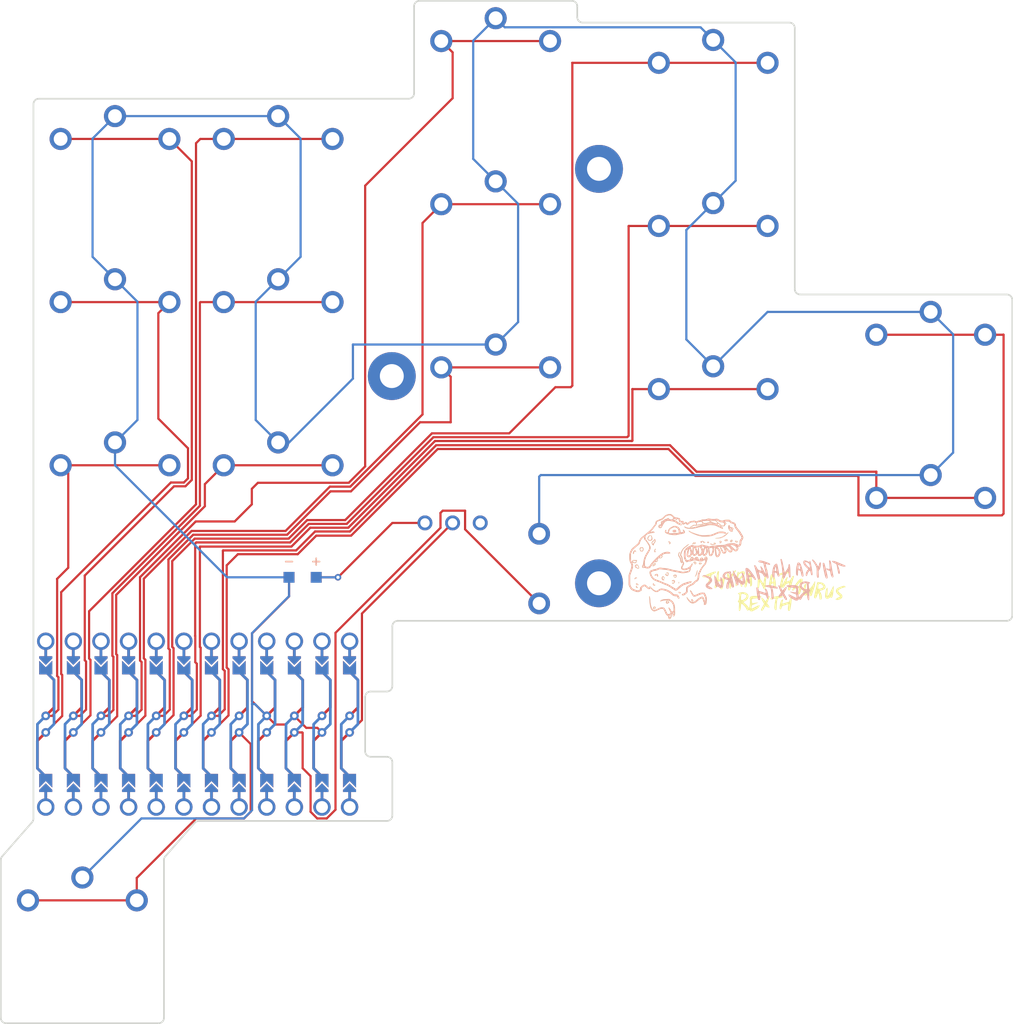
<source format=kicad_pcb>
(kicad_pcb (version 20211014) (generator pcbnew)
  (title_block (title "pcb") (rev "v1.0.0") (company "Unknown"))
  (layers (0 "F.Cu" signal) (31 "B.Cu" signal) (34 "B.Paste" user) (35 "F.Paste" user) (36 "B.SilkS" user "B.Silkscreen") (37 "F.SilkS" user "F.Silkscreen") (38 "B.Mask" user) (39 "F.Mask" user) (44 "Edge.Cuts" user))
  (net 0 "")
  (net 1 "P9")
  (net 2 "GND")
  (net 3 "P10")
  (net 4 "P8")
  (net 5 "P14")
  (net 6 "P7")
  (net 7 "P16")
  (net 8 "P5")
  (net 9 "P15")
  (net 10 "P6")
  (net 11 "P19")
  (net 12 "P4")
  (net 13 "P18")
  (net 14 "P3")
  (net 15 "P20")
  (net 16 "P21")
  (net 17 "RAW")
  (net 18 "RST")
  (net 19 "VCC")
  (net 20 "P1")
  (net 21 "P0")
  (net 22 "P2")
  (net 23 "BATT")
  (footprint "PG1350" (layer "F.Cu") (at 140 145)
    (fp_text reference "S2" hide)
    (fp_text value "" hide)
  )
  (footprint "SMDPad" (layer "F.Cu") (at 158.5 166.5)
    (fp_text reference "PAD1" hide)
    (fp_text value "" hide)
  )
  (footprint "LOGO" (layer "F.Cu") (at 200.8 167.5)
    (fp_text reference "")
    (fp_text value "")
  )
  (footprint "PG1350" (layer "F.Cu") (at 175 151)
    (fp_text reference "S7" hide)
    (fp_text value "" hide)
  )
  (footprint "LOGO" (layer "F.Cu") (at 192.5 165.5)
    (fp_text reference "")
    (fp_text value "LOGO" hide)
  )
  (footprint "VIA-0.6mm" (layer "F.Cu") (at 160.5 166.5)
    (fp_text reference "REF**" hide)
    (fp_text value "VIA-0.6mm" hide)
  )
  (footprint "PG1350" (layer "F.Cu") (at 140 160)
    (fp_text reference "S1" hide)
    (fp_text value "" hide)
  )
  (footprint "PG1350" (layer "F.Cu") (at 195 153)
    (fp_text reference "S10" hide)
    (fp_text value "" hide)
  )
  (footprint "PG1350" (layer "F.Cu") (at 155 130)
    (fp_text reference "S6" hide)
    (fp_text value "" hide)
  )
  (footprint "ProMicro" (layer "F.Cu") (at 147.6 180 180)
    (fp_text reference "MCU1" hide)
    (fp_text value "")
  )
  (footprint "PG1350" (layer "F.Cu") (at 140 130)
    (fp_text reference "S3" hide)
    (fp_text value "" hide)
  )
  (footprint "PG1350" (layer "F.Cu") (at 195 123)
    (fp_text reference "S12" hide)
    (fp_text value "" hide)
  )
  (footprint "PG1350" (layer "F.Cu") (at 175 121)
    (fp_text reference "S9" hide)
    (fp_text value "" hide)
  )
  (footprint "PG1350" (layer "F.Cu") (at 155 145)
    (fp_text reference "S5" hide)
    (fp_text value "" hide)
  )
  (footprint "PTS636" (layer "F.Cu") (at 179 165.7 -90)
    (fp_text reference "B1" hide)
    (fp_text value "RST")
  )
  (footprint "SMDPad" (layer "F.Cu") (at 156 166.5)
    (fp_text reference "PAD2" hide)
    (fp_text value "" hide)
  )
  (footprint "PG1350" (layer "F.Cu") (at 137 200)
    (fp_text reference "S15" hide)
    (fp_text value "" hide)
  )
  (footprint "PG1350" (layer "F.Cu") (at 195 138)
    (fp_text reference "S11" hide)
    (fp_text value "" hide)
  )
  (footprint "PG1350" (layer "F.Cu") (at 155 160)
    (fp_text reference "S4" hide)
    (fp_text value "" hide)
  )
  (footprint "PG1350" (layer "F.Cu") (at 215 163)
    (fp_text reference "S13" hide)
    (fp_text value "" hide)
  )
  (footprint "Tenting Puck" (layer "F.Cu") (at 184.5 148)
    (fp_text reference "_2" hide)
    (fp_text value "")
  )
  (footprint "SWITCH_09-10290_EOZ" (layer "F.Cu") (at 168.5 161.5)
    (fp_text reference "T1" hide)
    (fp_text value "")
  )
  (footprint "PG1350" (layer "F.Cu") (at 215 148)
    (fp_text reference "S14" hide)
    (fp_text value "" hide)
  )
  (footprint "PG1350" (layer "F.Cu") (at 175 136)
    (fp_text reference "S8" hide)
    (fp_text value "" hide)
  )
  (gr_arc (start 203 140.5) (mid 202.646447 140.353553) (end 202.5 140) (layer "Edge.Cuts") (width 0.15))
  (gr_arc (start 202 115.5) (mid 202.353553 115.646447) (end 202.5 116) (layer "Edge.Cuts") (width 0.15))
  (gr_line (start 182 113.5) (end 168 113.5) (layer "Edge.Cuts") (width 0.15))
  (gr_line (start 144.623712 192.158615) (end 147.325596 189.070748) (layer "Edge.Cuts") (width 0.15))
  (gr_arc (start 144.5 207) (mid 144.353553 207.353553) (end 144 207.5) (layer "Edge.Cuts") (width 0.15))
  (gr_arc (start 165.5 171) (mid 165.646447 170.646447) (end 166 170.5) (layer "Edge.Cuts") (width 0.15))
  (gr_arc (start 165.5 188.4) (mid 165.353553 188.753553) (end 165 188.9) (layer "Edge.Cuts") (width 0.15))
  (gr_line (start 183 115.5) (end 202 115.5) (layer "Edge.Cuts") (width 0.15))
  (gr_line (start 133 122.5) (end 167 122.5) (layer "Edge.Cuts") (width 0.15))
  (gr_line (start 144.5 207) (end 144.5 192.487868) (layer "Edge.Cuts") (width 0.15))
  (gr_arc (start 144.5 192.487867) (mid 144.531949 192.312004) (end 144.623712 192.158615) (layer "Edge.Cuts") (width 0.15))
  (gr_line (start 147.701884 188.9) (end 165 188.9) (layer "Edge.Cuts") (width 0.15))
  (gr_line (start 222.5 170) (end 222.5 141) (layer "Edge.Cuts") (width 0.15))
  (gr_arc (start 183 115.5) (mid 182.646447 115.353553) (end 182.5 115) (layer "Edge.Cuts") (width 0.15))
  (gr_arc (start 129.5 192.487867) (mid 129.531949 192.312004) (end 129.623712 192.158615) (layer "Edge.Cuts") (width 0.15))
  (gr_arc (start 222 140.5) (mid 222.353553 140.646447) (end 222.5 141) (layer "Edge.Cuts") (width 0.15))
  (gr_arc (start 165 183) (mid 165.353553 183.146447) (end 165.5 183.5) (layer "Edge.Cuts") (width 0.15))
  (gr_line (start 203 140.5) (end 222 140.5) (layer "Edge.Cuts") (width 0.15))
  (gr_line (start 132.5 188.683561) (end 132.5 123) (layer "Edge.Cuts") (width 0.15))
  (gr_line (start 165 177) (end 163.5 177) (layer "Edge.Cuts") (width 0.15))
  (gr_line (start 163.5 183) (end 165 183) (layer "Edge.Cuts") (width 0.15))
  (gr_arc (start 182 113.5) (mid 182.353553 113.646447) (end 182.5 114) (layer "Edge.Cuts") (width 0.15))
  (gr_arc (start 222.5 170) (mid 222.353553 170.353553) (end 222 170.5) (layer "Edge.Cuts") (width 0.15))
  (gr_line (start 202.5 140) (end 202.5 116) (layer "Edge.Cuts") (width 0.15))
  (gr_line (start 130 207.5) (end 144 207.5) (layer "Edge.Cuts") (width 0.15))
  (gr_line (start 129.5 207) (end 129.5 192.487868) (layer "Edge.Cuts") (width 0.15))
  (gr_line (start 167.5 114) (end 167.5 122) (layer "Edge.Cuts") (width 0.15))
  (gr_arc (start 130 207.5) (mid 129.646447 207.353553) (end 129.5 207) (layer "Edge.Cuts") (width 0.15))
  (gr_arc (start 132.5 188.683561) (mid 132.468051 188.859424) (end 132.376288 189.012813) (layer "Edge.Cuts") (width 0.15))
  (gr_arc (start 167.5 114) (mid 167.646447 113.646447) (end 168 113.5) (layer "Edge.Cuts") (width 0.15))
  (gr_arc (start 167.5 122) (mid 167.353553 122.353553) (end 167 122.5) (layer "Edge.Cuts") (width 0.15))
  (gr_arc (start 132.5 123) (mid 132.646447 122.646447) (end 133 122.5) (layer "Edge.Cuts") (width 0.15))
  (gr_arc (start 163 177.5) (mid 163.146447 177.146447) (end 163.5 177) (layer "Edge.Cuts") (width 0.15))
  (gr_line (start 132.376288 189.012813) (end 129.623712 192.158615) (layer "Edge.Cuts") (width 0.15))
  (gr_line (start 165.5 171) (end 165.5 176.5) (layer "Edge.Cuts") (width 0.15))
  (gr_line (start 165.5 183.5) (end 165.5 188.4) (layer "Edge.Cuts") (width 0.15))
  (gr_arc (start 147.325596 189.070748) (mid 147.495276 188.944684) (end 147.701884 188.9) (layer "Edge.Cuts") (width 0.15))
  (gr_line (start 163 177.5) (end 163 182.5) (layer "Edge.Cuts") (width 0.15))
  (gr_line (start 182.5 115) (end 182.5 114) (layer "Edge.Cuts") (width 0.15))
  (gr_line (start 166 170.5) (end 222 170.5) (layer "Edge.Cuts") (width 0.15))
  (gr_arc (start 165.5 176.5) (mid 165.353553 176.853553) (end 165 177) (layer "Edge.Cuts") (width 0.15))
  (gr_arc (start 163.5 183) (mid 163.146447 182.853553) (end 163 182.5) (layer "Edge.Cuts") (width 0.15))
  (segment (start 135.700421 156.900421) (end 135 156.2) (width 0.2) (layer "F.Cu") (net 1))
  (segment (start 134.2234 179.238) (end 134.7978 178.6636) (width 0.2) (layer "F.Cu") (net 1))
  (segment (start 134.7978 178.6636) (end 134.7978 175.6918) (width 0.2) (layer "F.Cu") (net 1))
  (segment (start 134.679511 166.658111) (end 134.6708 166.6494) (width 0.2) (layer "F.Cu") (net 1))
  (segment (start 135.700421 165.619779) (end 135.700421 156.900421) (width 0.2) (layer "F.Cu") (net 1))
  (segment (start 134.6708 166.6494) (end 135.700421 165.619779) (width 0.2) (layer "F.Cu") (net 1))
  (segment (start 134.7978 175.6918) (end 134.679511 175.573511) (width 0.2) (layer "F.Cu") (net 1))
  (segment (start 133.63 179.238) (end 134.2234 179.238) (width 0.2) (layer "F.Cu") (net 1))
  (segment (start 135 156.2) (end 145 156.2) (width 0.2) (layer "F.Cu") (net 1))
  (segment (start 134.679511 175.573511) (end 134.679511 166.658111) (width 0.2) (layer "F.Cu") (net 1))
  (segment (start 157.5816 180.34) (end 158.608 180.34) (width 0.2) (layer "F.Cu") (net 2))
  (segment (start 156 166.5) (end 156 168.2564) (width 0.2) (layer "F.Cu") (net 2))
  (segment (start 156.49 179.2484) (end 157.5816 180.34) (width 0.2) (layer "F.Cu") (net 2))
  (segment (start 156 168.2564) (end 152.6032 171.6532) (width 0.2) (layer "F.Cu") (net 2))
  (segment (start 158.608 180.34) (end 159.03 180.762) (width 0.2) (layer "F.Cu") (net 2))
  (segment (start 152.6032 177.8912) (end 153.95 179.238) (width 0.2) (layer "F.Cu") (net 2))
  (segment (start 152.6032 171.6532) (end 152.6032 177.8912) (width 0.2) (layer "F.Cu") (net 2))
  (segment (start 154.7472 180.0352) (end 155.6928 180.0352) (width 0.2) (layer "F.Cu") (net 2))
  (segment (start 153.95 179.238) (end 154.7472 180.0352) (width 0.2) (layer "F.Cu") (net 2))
  (segment (start 155.6928 180.0352) (end 156.49 179.238) (width 0.2) (layer "F.Cu") (net 2))
  (segment (start 156.49 179.238) (end 156.49 179.2484) (width 0.2) (layer "F.Cu") (net 2))
  (segment (start 193.834489 115.934489) (end 175.834489 115.934489) (width 0.2) (layer "B.Cu") (net 2))
  (segment (start 156.0086 154.1) (end 155 154.1) (width 0.2) (layer "B.Cu") (net 2))
  (segment (start 150.302347 166.5) (end 156 166.5) (width 0.2) (layer "B.Cu") (net 2))
  (segment (start 142.064021 152.035979) (end 140 154.1) (width 0.2) (layer "B.Cu") (net 2))
  (segment (start 175.834489 115.934489) (end 175 115.1) (width 0.2) (layer "B.Cu") (net 2))
  (segment (start 156.0068 168.2242) (end 156 168.2174) (width 0.2) (layer "B.Cu") (net 2))
  (segment (start 217.064021 155.035979) (end 217.064021 144.164021) (width 0.2) (layer "B.Cu") (net 2))
  (segment (start 195 132.1) (end 197.064021 130.035979) (width 0.2) (layer "B.Cu") (net 2))
  (segment (start 152.6032 171.6278) (end 156.0068 168.2242) (width 0.2) (layer "B.Cu") (net 2))
  (segment (start 200 142.1) (end 195 147.1) (width 0.2) (layer "B.Cu") (net 2))
  (segment (start 172.935979 117.164021) (end 172.935979 128.035979) (width 0.2) (layer "B.Cu") (net 2))
  (segment (start 155 124.1) (end 140 124.1) (width 0.2) (layer "B.Cu") (net 2))
  (segment (start 172.935979 128.035979) (end 175 130.1) (width 0.2) (layer "B.Cu") (net 2))
  (segment (start 137 194.1) (end 142.430489 188.669511) (width 0.2) (layer "B.Cu") (net 2))
  (segment (start 142.430489 188.669511) (end 151.844723 188.669511) (width 0.2) (layer "B.Cu") (net 2))
  (segment (start 197.064021 119.164021) (end 195 117.1) (width 0.2) (layer "B.Cu") (net 2))
  (segment (start 161.8742 145.1) (end 161.8742 148.2344) (width 0.2) (layer "B.Cu") (net 2))
  (segment (start 192.532 144.632) (end 192.532 134.568) (width 0.2) (layer "B.Cu") (net 2))
  (segment (start 179 157.2452) (end 179 162.5) (width 0.2) (layer "B.Cu") (net 2))
  (segment (start 215 142.1) (end 200 142.1) (width 0.2) (layer "B.Cu") (net 2))
  (segment (start 152.8676 178.1556) (end 153.95 179.238) (width 0.2) (layer "B.Cu") (net 2))
  (segment (start 195 117.1) (end 193.834489 115.934489) (width 0.2) (layer "B.Cu") (net 2))
  (segment (start 152.6032 178.1556) (end 152.8676 178.1556) (width 0.2) (layer "B.Cu") (net 2))
  (segment (start 197.064021 130.035979) (end 197.064021 119.164021) (width 0.2) (layer "B.Cu") (net 2))
  (segment (start 175 145.1) (end 161.8742 145.1) (width 0.2) (layer "B.Cu") (net 2))
  (segment (start 137.935979 137.035979) (end 140 139.1) (width 0.2) (layer "B.Cu") (net 2))
  (segment (start 152.6032 187.911034) (end 152.6032 178.1556) (width 0.2) (layer "B.Cu") (net 2))
  (segment (start 152.935979 141.164021) (end 155 139.1) (width 0.2) (layer "B.Cu") (net 2))
  (segment (start 140 124.1) (end 137.935979 126.164021) (width 0.2) (layer "B.Cu") (net 2))
  (segment (start 175 130.1) (end 177.064021 132.164021) (width 0.2) (layer "B.Cu") (net 2))
  (segment (start 155 139.1) (end 157.064021 137.035979) (width 0.2) (layer "B.Cu") (net 2))
  (segment (start 157.064021 126.164021) (end 155 124.1) (width 0.2) (layer "B.Cu") (net 2))
  (segment (start 142.064021 141.164021) (end 142.064021 152.035979) (width 0.2) (layer "B.Cu") (net 2))
  (segment (start 140 156.197653) (end 150.302347 166.5) (width 0.2) (layer "B.Cu") (net 2))
  (segment (start 215 157.1) (end 179.1452 157.1) (width 0.2) (layer "B.Cu") (net 2))
  (segment (start 215 157.1) (end 217.064021 155.035979) (width 0.2) (layer "B.Cu") (net 2))
  (segment (start 155 154.1) (end 152.935979 152.035979) (width 0.2) (layer "B.Cu") (net 2))
  (segment (start 156 168.2174) (end 156 166.5) (width 0.2) (layer "B.Cu") (net 2))
  (segment (start 195 147.1) (end 192.532 144.632) (width 0.2) (layer "B.Cu") (net 2))
  (segment (start 157.064021 137.035979) (end 157.064021 126.164021) (width 0.2) (layer "B.Cu") (net 2))
  (segment (start 161.8742 148.2344) (end 156.0086 154.1) (width 0.2) (layer "B.Cu") (net 2))
  (segment (start 152.6032 178.1556) (end 152.6032 171.6278) (width 0.2) (layer "B.Cu") (net 2))
  (segment (start 137.935979 126.164021) (end 137.935979 137.035979) (width 0.2) (layer "B.Cu") (net 2))
  (segment (start 177.064021 143.035979) (end 175 145.1) (width 0.2) (layer "B.Cu") (net 2))
  (segment (start 177.064021 132.164021) (end 177.064021 143.035979) (width 0.2) (layer "B.Cu") (net 2))
  (segment (start 175 115.1) (end 172.935979 117.164021) (width 0.2) (layer "B.Cu") (net 2))
  (segment (start 140 154.1) (end 140 156.197653) (width 0.2) (layer "B.Cu") (net 2))
  (segment (start 152.935979 152.035979) (end 152.935979 141.164021) (width 0.2) (layer "B.Cu") (net 2))
  (segment (start 151.844723 188.669511) (end 152.6032 187.911034) (width 0.2) (layer "B.Cu") (net 2))
  (segment (start 192.532 134.568) (end 195 132.1) (width 0.2) (layer "B.Cu") (net 2))
  (segment (start 140 139.1) (end 142.064021 141.164021) (width 0.2) (layer "B.Cu") (net 2))
  (segment (start 217.064021 144.164021) (end 215 142.1) (width 0.2) (layer "B.Cu") (net 2))
  (segment (start 179.1452 157.1) (end 179 157.2452) (width 0.2) (layer "B.Cu") (net 2))
  (segment (start 146.7104 157.4038) (end 146.7104 154.6352) (width 0.2) (layer "F.Cu") (net 3))
  (segment (start 145.134168 157.7848) (end 146.3294 157.7848) (width 0.2) (layer "F.Cu") (net 3))
  (segment (start 133.63 180.762) (end 135.14732 179.24468) (width 0.2) (layer "F.Cu") (net 3))
  (segment (start 135 141.2) (end 145 141.2) (width 0.2) (layer "F.Cu") (net 3))
  (segment (start 146.3294 157.7848) (end 146.7104 157.4038) (width 0.2) (layer "F.Cu") (net 3))
  (segment (start 135.0518 175.387) (end 135.0518 167.867168) (width 0.2) (layer "F.Cu") (net 3))
  (segment (start 143.984001 151.908801) (end 143.984001 142.215999) (width 0.2) (layer "F.Cu") (net 3))
  (segment (start 135.0518 167.867168) (end 145.134168 157.7848) (width 0.2) (layer "F.Cu") (net 3))
  (segment (start 135.14732 175.48252) (end 135.0518 175.387) (width 0.2) (layer "F.Cu") (net 3))
  (segment (start 135.14732 179.24468) (end 135.14732 175.48252) (width 0.2) (layer "F.Cu") (net 3))
  (segment (start 143.984001 142.215999) (end 145 141.2) (width 0.2) (layer "F.Cu") (net 3))
  (segment (start 146.7104 154.6352) (end 143.984001 151.908801) (width 0.2) (layer "F.Cu") (net 3))
  (segment (start 147.059919 128.259919) (end 145 126.2) (width 0.2) (layer "F.Cu") (net 4))
  (segment (start 146.474177 158.134319) (end 147.059919 157.548577) (width 0.2) (layer "F.Cu") (net 4))
  (segment (start 137.219511 174.125711) (end 137.219511 166.353311) (width 0.2) (layer "F.Cu") (net 4))
  (segment (start 136.17 179.238) (end 136.7634 179.238) (width 0.2) (layer "F.Cu") (net 4))
  (segment (start 136.7634 179.238) (end 137.3378 178.6636) (width 0.2) (layer "F.Cu") (net 4))
  (segment (start 145.421081 158.134319) (end 146.474177 158.134319) (width 0.2) (layer "F.Cu") (net 4))
  (segment (start 137.2108 166.3446) (end 145.421081 158.134319) (width 0.2) (layer "F.Cu") (net 4))
  (segment (start 137.3378 174.244) (end 137.219511 174.125711) (width 0.2) (layer "F.Cu") (net 4))
  (segment (start 137.3378 178.6636) (end 137.3378 174.244) (width 0.2) (layer "F.Cu") (net 4))
  (segment (start 135 126.2) (end 145 126.2) (width 0.2) (layer "F.Cu") (net 4))
  (segment (start 147.059919 157.548577) (end 147.059919 128.259919) (width 0.2) (layer "F.Cu") (net 4))
  (segment (start 137.219511 166.353311) (end 137.2108 166.3446) (width 0.2) (layer "F.Cu") (net 4))
  (segment (start 150 156.2) (end 160 156.2) (width 0.2) (layer "F.Cu") (net 5))
  (segment (start 140.109031 168.117961) (end 148.2598 159.967192) (width 0.2) (layer "F.Cu") (net 5))
  (segment (start 140.201919 173.653719) (end 140.109031 173.560831) (width 0.2) (layer "F.Cu") (net 5))
  (segment (start 138.71 180.762) (end 140.201919 179.270081) (width 0.2) (layer "F.Cu") (net 5))
  (segment (start 148.2598 157.9402) (end 150 156.2) (width 0.2) (layer "F.Cu") (net 5))
  (segment (start 140.109031 173.560831) (end 140.109031 168.117961) (width 0.2) (layer "F.Cu") (net 5))
  (segment (start 140.201919 179.270081) (end 140.201919 173.653719) (width 0.2) (layer "F.Cu") (net 5))
  (segment (start 148.2598 159.967192) (end 148.2598 157.9402) (width 0.2) (layer "F.Cu") (net 5))
  (segment (start 150 141.2) (end 160 141.2) (width 0.2) (layer "F.Cu") (net 6))
  (segment (start 147.8026 159.930096) (end 147.8026 141.2494) (width 0.2) (layer "F.Cu") (net 6))
  (segment (start 138.71 179.238) (end 139.3034 179.238) (width 0.2) (layer "F.Cu") (net 6))
  (segment (start 147.8026 141.2494) (end 147.852 141.2) (width 0.2) (layer "F.Cu") (net 6))
  (segment (start 139.759511 173.719311) (end 139.759511 167.973185) (width 0.2) (layer "F.Cu") (net 6))
  (segment (start 147.852 141.2) (end 150 141.2) (width 0.2) (layer "F.Cu") (net 6))
  (segment (start 139.8524 178.689) (end 139.8524 173.8122) (width 0.2) (layer "F.Cu") (net 6))
  (segment (start 139.759511 167.973185) (end 147.8026 159.930096) (width 0.2) (layer "F.Cu") (net 6))
  (segment (start 139.8524 173.8122) (end 139.759511 173.719311) (width 0.2) (layer "F.Cu") (net 6))
  (segment (start 139.3034 179.238) (end 139.8524 178.689) (width 0.2) (layer "F.Cu") (net 6))
  (segment (start 137.7442 174.0916) (end 137.6172 173.9646) (width 0.2) (layer "F.Cu") (net 7))
  (segment (start 137.7442 179.1878) (end 137.7442 174.0916) (width 0.2) (layer "F.Cu") (net 7))
  (segment (start 147.447 159.7914) (end 147.447 126.5936) (width 0.2) (layer "F.Cu") (net 7))
  (segment (start 147.8406 126.2) (end 150 126.2) (width 0.2) (layer "F.Cu") (net 7))
  (segment (start 137.6172 169.6212) (end 147.447 159.7914) (width 0.2) (layer "F.Cu") (net 7))
  (segment (start 147.447 126.5936) (end 147.8406 126.2) (width 0.2) (layer "F.Cu") (net 7))
  (segment (start 137.6172 173.9646) (end 137.6172 169.6212) (width 0.2) (layer "F.Cu") (net 7))
  (segment (start 150 126.2) (end 160 126.2) (width 0.2) (layer "F.Cu") (net 7))
  (segment (start 136.17 180.762) (end 137.7442 179.1878) (width 0.2) (layer "F.Cu") (net 7))
  (segment (start 145.034 178.6636) (end 145.034 173.163496) (width 0.2) (layer "F.Cu") (net 8))
  (segment (start 170.8658 148.0658) (end 170 147.2) (width 0.2) (layer "F.Cu") (net 8))
  (segment (start 159.815664 158.5976) (end 161.69439 158.5976) (width 0.2) (layer "F.Cu") (net 8))
  (segment (start 155.828095 162.585168) (end 159.815664 158.5976) (width 0.2) (layer "F.Cu") (net 8))
  (segment (start 168.04439 152.2476) (end 170.8658 152.2476) (width 0.2) (layer "F.Cu") (net 8))
  (segment (start 145.034 173.163496) (end 144.91308 173.042576) (width 0.2) (layer "F.Cu") (net 8))
  (segment (start 144.4596 179.238) (end 145.034 178.6636) (width 0.2) (layer "F.Cu") (net 8))
  (segment (start 143.79 179.238) (end 144.4596 179.238) (width 0.2) (layer "F.Cu") (net 8))
  (segment (start 144.91308 164.863312) (end 147.191224 162.585168) (width 0.2) (layer "F.Cu") (net 8))
  (segment (start 161.69439 158.5976) (end 168.04439 152.2476) (width 0.2) (layer "F.Cu") (net 8))
  (segment (start 147.191224 162.585168) (end 155.828095 162.585168) (width 0.2) (layer "F.Cu") (net 8))
  (segment (start 170.8658 152.2476) (end 170.8658 148.0658) (width 0.2) (layer "F.Cu") (net 8))
  (segment (start 144.91308 173.042576) (end 144.91308 164.863312) (width 0.2) (layer "F.Cu") (net 8))
  (segment (start 170 147.2) (end 180 147.2) (width 0.2) (layer "F.Cu") (net 8))
  (segment (start 168.275 133.925) (end 170 132.2) (width 0.2) (layer "F.Cu") (net 9))
  (segment (start 159.753168 158.1658) (end 161.631895 158.1658) (width 0.2) (layer "F.Cu") (net 9))
  (segment (start 168.275 151.522695) (end 168.275 133.925) (width 0.2) (layer "F.Cu") (net 9))
  (segment (start 142.649031 173.941831) (end 142.649031 166.633065) (width 0.2) (layer "F.Cu") (net 9))
  (segment (start 142.649031 166.633065) (end 147.046448 162.235648) (width 0.2) (layer "F.Cu") (net 9))
  (segment (start 142.792719 179.219281) (end 142.792719 174.085519) (width 0.2) (layer "F.Cu") (net 9))
  (segment (start 170 132.2) (end 180 132.2) (width 0.2) (layer "F.Cu") (net 9))
  (segment (start 142.792719 174.085519) (end 142.649031 173.941831) (width 0.2) (layer "F.Cu") (net 9))
  (segment (start 155.68332 162.235648) (end 159.753168 158.1658) (width 0.2) (layer "F.Cu") (net 9))
  (segment (start 141.25 180.762) (end 142.792719 179.219281) (width 0.2) (layer "F.Cu") (net 9))
  (segment (start 161.631895 158.1658) (end 168.275 151.522695) (width 0.2) (layer "F.Cu") (net 9))
  (segment (start 147.046448 162.235648) (end 155.68332 162.235648) (width 0.2) (layer "F.Cu") (net 9))
  (segment (start 171.0436 122.4534) (end 171.0436 118.2436) (width 0.2) (layer "F.Cu") (net 10))
  (segment (start 141.25 179.238) (end 141.8688 179.238) (width 0.2) (layer "F.Cu") (net 10))
  (segment (start 153.1366 157.8102) (end 161.4932 157.8102) (width 0.2) (layer "F.Cu") (net 10))
  (segment (start 142.4432 174.2948) (end 142.299511 174.151111) (width 0.2) (layer "F.Cu") (net 10))
  (segment (start 141.8688 179.238) (end 142.4432 178.6636) (width 0.2) (layer "F.Cu") (net 10))
  (segment (start 152.5778 159.7914) (end 152.5778 158.369) (width 0.2) (layer "F.Cu") (net 10))
  (segment (start 151.003 161.3662) (end 152.5778 159.7914) (width 0.2) (layer "F.Cu") (net 10))
  (segment (start 142.299511 166.488289) (end 147.4216 161.3662) (width 0.2) (layer "F.Cu") (net 10))
  (segment (start 170 117.2) (end 180 117.2) (width 0.2) (layer "F.Cu") (net 10))
  (segment (start 171.0436 118.2436) (end 170 117.2) (width 0.2) (layer "F.Cu") (net 10))
  (segment (start 152.5778 158.369) (end 153.1366 157.8102) (width 0.2) (layer "F.Cu") (net 10))
  (segment (start 147.4216 161.3662) (end 151.003 161.3662) (width 0.2) (layer "F.Cu") (net 10))
  (segment (start 142.299511 174.151111) (end 142.299511 166.488289) (width 0.2) (layer "F.Cu") (net 10))
  (segment (start 142.4432 178.6636) (end 142.4432 174.2948) (width 0.2) (layer "F.Cu") (net 10))
  (segment (start 163.000489 156.302911) (end 163.000489 130.496511) (width 0.2) (layer "F.Cu") (net 10))
  (segment (start 163.000489 130.496511) (end 171.0436 122.4534) (width 0.2) (layer "F.Cu") (net 10))
  (segment (start 161.4932 157.8102) (end 163.000489 156.302911) (width 0.2) (layer "F.Cu") (net 10))
  (segment (start 156.218548 163.6776) (end 157.957908 161.93824) (width 0.2) (layer "F.Cu") (net 11))
  (segment (start 147.8026 163.6776) (end 156.218548 163.6776) (width 0.2) (layer "F.Cu") (net 11))
  (segment (start 187.573319 149.2) (end 190 149.2) (width 0.2) (layer "F.Cu") (net 11))
  (segment (start 147.87272 179.21928) (end 147.87272 172.96792) (width 0.2) (layer "F.Cu") (net 11))
  (segment (start 187.572919 153.930081) (end 187.572919 149.1996) (width 0.2) (layer "F.Cu") (net 11))
  (segment (start 187.53428 153.96872) (end 187.572919 153.930081) (width 0.2) (layer "F.Cu") (net 11))
  (segment (start 169.422072 153.96872) (end 187.53428 153.96872) (width 0.2) (layer "F.Cu") (net 11))
  (segment (start 147.8026 172.8978) (end 147.8026 163.6776) (width 0.2) (layer "F.Cu") (net 11))
  (segment (start 146.33 180.762) (end 147.87272 179.21928) (width 0.2) (layer "F.Cu") (net 11))
  (segment (start 157.957908 161.93824) (end 161.45255 161.93824) (width 0.2) (layer "F.Cu") (net 11))
  (segment (start 147.87272 172.96792) (end 147.8026 172.8978) (width 0.2) (layer "F.Cu") (net 11))
  (segment (start 190 149.2) (end 200 149.2) (width 0.2) (layer "F.Cu") (net 11))
  (segment (start 187.572919 149.1996) (end 187.573319 149.2) (width 0.2) (layer "F.Cu") (net 11))
  (segment (start 161.45255 161.93824) (end 169.422072 153.96872) (width 0.2) (layer "F.Cu") (net 11))
  (segment (start 146.9488 179.238) (end 147.5232 178.6636) (width 0.2) (layer "F.Cu") (net 12))
  (segment (start 147.3708 163.394184) (end 147.46962 163.295364) (width 0.2) (layer "F.Cu") (net 12))
  (segment (start 190 134.2) (end 200 134.2) (width 0.2) (layer "F.Cu") (net 12))
  (segment (start 147.379511 174.303511) (end 147.379511 171.898489) (width 0.2) (layer "F.Cu") (net 12))
  (segment (start 187.2234 153.4922) (end 187.2234 134.2136) (width 0.2) (layer "F.Cu") (net 12))
  (segment (start 156.106489 163.295364) (end 157.813134 161.58872) (width 0.2) (layer "F.Cu") (net 12))
  (segment (start 169.277296 153.6192) (end 187.0964 153.6192) (width 0.2) (layer "F.Cu") (net 12))
  (segment (start 146.33 179.238) (end 146.9488 179.238) (width 0.2) (layer "F.Cu") (net 12))
  (segment (start 147.46962 163.295364) (end 156.106489 163.295364) (width 0.2) (layer "F.Cu") (net 12))
  (segment (start 147.5232 174.4472) (end 147.379511 174.303511) (width 0.2) (layer "F.Cu") (net 12))
  (segment (start 187.237 134.2) (end 190 134.2) (width 0.2) (layer "F.Cu") (net 12))
  (segment (start 187.0964 153.6192) (end 187.2234 153.4922) (width 0.2) (layer "F.Cu") (net 12))
  (segment (start 147.5232 178.6636) (end 147.5232 174.4472) (width 0.2) (layer "F.Cu") (net 12))
  (segment (start 161.307775 161.58872) (end 169.277296 153.6192) (width 0.2) (layer "F.Cu") (net 12))
  (segment (start 147.379511 171.898489) (end 147.3708 171.889778) (width 0.2) (layer "F.Cu") (net 12))
  (segment (start 187.2234 134.2136) (end 187.237 134.2) (width 0.2) (layer "F.Cu") (net 12))
  (segment (start 147.3708 171.889778) (end 147.3708 163.394184) (width 0.2) (layer "F.Cu") (net 12))
  (segment (start 157.813134 161.58872) (end 161.307775 161.58872) (width 0.2) (layer "F.Cu") (net 12))
  (segment (start 145.38352 173.01872) (end 145.2626 172.8978) (width 0.2) (layer "F.Cu") (net 13))
  (segment (start 182.050489 148.878089) (end 182.050489 119.210889) (width 0.2) (layer "F.Cu") (net 13))
  (segment (start 182.0418 119.2022) (end 182.044 119.2) (width 0.2) (layer "F.Cu") (net 13))
  (segment (start 145.38352 179.16848) (end 145.38352 173.01872) (width 0.2) (layer "F.Cu") (net 13))
  (segment (start 155.961714 162.945844) (end 157.668358 161.2392) (width 0.2) (layer "F.Cu") (net 13))
  (segment (start 182.050489 119.210889) (end 182.0418 119.2022) (width 0.2) (layer "F.Cu") (net 13))
  (segment (start 180.4924 149.0218) (end 181.906778 149.0218) (width 0.2) (layer "F.Cu") (net 13))
  (segment (start 143.79 180.762) (end 145.38352 179.16848) (width 0.2) (layer "F.Cu") (net 13))
  (segment (start 176.2506 153.2636) (end 180.4924 149.0218) (width 0.2) (layer "F.Cu") (net 13))
  (segment (start 161.163 161.2392) (end 169.1386 153.2636) (width 0.2) (layer "F.Cu") (net 13))
  (segment (start 190 119.2) (end 200 119.2) (width 0.2) (layer "F.Cu") (net 13))
  (segment (start 169.1386 153.2636) (end 176.2506 153.2636) (width 0.2) (layer "F.Cu") (net 13))
  (segment (start 147.324844 162.945844) (end 155.961714 162.945844) (width 0.2) (layer "F.Cu") (net 13))
  (segment (start 145.2626 165.008088) (end 147.324844 162.945844) (width 0.2) (layer "F.Cu") (net 13))
  (segment (start 182.044 119.2) (end 190 119.2) (width 0.2) (layer "F.Cu") (net 13))
  (segment (start 145.2626 172.8978) (end 145.2626 165.008088) (width 0.2) (layer "F.Cu") (net 13))
  (segment (start 157.668358 161.2392) (end 161.163 161.2392) (width 0.2) (layer "F.Cu") (net 13))
  (segment (start 181.906778 149.0218) (end 182.050489 148.878089) (width 0.2) (layer "F.Cu") (net 13))
  (segment (start 210 156.8014) (end 210 159.2) (width 0.2) (layer "F.Cu") (net 14))
  (segment (start 161.597325 162.28776) (end 162.171143 161.713943) (width 0.2) (layer "F.Cu") (net 14))
  (segment (start 162.171143 161.713943) (end 169.529286 154.3558) (width 0.2) (layer "F.Cu") (net 14))
  (segment (start 169.529286 154.3558) (end 191.0334 154.3558) (width 0.2) (layer "F.Cu") (net 14))
  (segment (start 149.94228 164.02712) (end 156.65504 164.02712) (width 0.2) (layer "F.Cu") (net 14))
  (segment (start 156.65504 164.02712) (end 158.3944 162.28776) (width 0.2) (layer "F.Cu") (net 14))
  (segment (start 149.4888 179.238) (end 150.0886 178.6382) (width 0.2) (layer "F.Cu") (net 14))
  (segment (start 210.0072 156.7942) (end 210 156.8014) (width 0.2) (layer "F.Cu") (net 14))
  (segment (start 158.3944 162.28776) (end 161.597325 162.28776) (width 0.2) (layer "F.Cu") (net 14))
  (segment (start 191.0334 154.3558) (end 193.4718 156.7942) (width 0.2) (layer "F.Cu") (net 14))
  (segment (start 150.0886 175.1076) (end 149.919511 174.938511) (width 0.2) (layer "F.Cu") (net 14))
  (segment (start 149.919511 164.049889) (end 149.94228 164.02712) (width 0.2) (layer "F.Cu") (net 14))
  (segment (start 149.919511 174.938511) (end 149.919511 164.049889) (width 0.2) (layer "F.Cu") (net 14))
  (segment (start 193.4718 156.7942) (end 210.0072 156.7942) (width 0.2) (layer "F.Cu") (net 14))
  (segment (start 148.87 179.238) (end 149.4888 179.238) (width 0.2) (layer "F.Cu") (net 14))
  (segment (start 150.0886 178.6382) (end 150.0886 175.1076) (width 0.2) (layer "F.Cu") (net 14))
  (segment (start 210 159.2) (end 220 159.2) (width 0.2) (layer "F.Cu") (net 14))
  (segment (start 150.438119 174.962823) (end 150.269031 174.793735) (width 0.2) (layer "F.Cu") (net 15))
  (segment (start 221.687 144.2) (end 220 144.2) (width 0.2) (layer "F.Cu") (net 15))
  (segment (start 151.29456 164.37664) (end 156.799815 164.37664) (width 0.2) (layer "F.Cu") (net 15))
  (segment (start 221.700421 160.645779) (end 221.700421 144.205021) (width 0.2) (layer "F.Cu") (net 15))
  (segment (start 150.269031 165.402169) (end 151.29456 164.37664) (width 0.2) (layer "F.Cu") (net 15))
  (segment (start 161.708354 162.671028) (end 169.674062 154.70532) (width 0.2) (layer "F.Cu") (net 15))
  (segment (start 169.674062 154.70532) (end 190.888624 154.70532) (width 0.2) (layer "F.Cu") (net 15))
  (segment (start 221.5388 160.8074) (end 221.700421 160.645779) (width 0.2) (layer "F.Cu") (net 15))
  (segment (start 156.799815 164.37664) (end 158.505428 162.671028) (width 0.2) (layer "F.Cu") (net 15))
  (segment (start 208.3562 160.8074) (end 221.5388 160.8074) (width 0.2) (layer "F.Cu") (net 15))
  (segment (start 150.438119 179.193881) (end 150.438119 174.962823) (width 0.2) (layer "F.Cu") (net 15))
  (segment (start 193.358504 157.1752) (end 208.28 157.1752) (width 0.2) (layer "F.Cu") (net 15))
  (segment (start 158.505428 162.671028) (end 161.708354 162.671028) (width 0.2) (layer "F.Cu") (net 15))
  (segment (start 210 144.2) (end 220 144.2) (width 0.2) (layer "F.Cu") (net 15))
  (segment (start 150.269031 174.793735) (end 150.269031 165.402169) (width 0.2) (layer "F.Cu") (net 15))
  (segment (start 190.888624 154.70532) (end 193.358504 157.1752) (width 0.2) (layer "F.Cu") (net 15))
  (segment (start 221.700421 144.205021) (end 221.6912 144.1958) (width 0.2) (layer "F.Cu") (net 15))
  (segment (start 148.87 180.762) (end 150.438119 179.193881) (width 0.2) (layer "F.Cu") (net 15))
  (segment (start 221.6912 144.1958) (end 221.687 144.2) (width 0.2) (layer "F.Cu") (net 15))
  (segment (start 208.28 157.1752) (end 208.3562 157.2514) (width 0.2) (layer "F.Cu") (net 15))
  (segment (start 208.3562 157.2514) (end 208.3562 160.8074) (width 0.2) (layer "F.Cu") (net 15))
  (segment (start 147.468892 188.669511) (end 151.868289 188.669511) (width 0.2) (layer "F.Cu") (net 16))
  (segment (start 142 196.2) (end 142 194.138403) (width 0.2) (layer "F.Cu") (net 16))
  (segment (start 132 196.2) (end 142 196.2) (width 0.2) (layer "F.Cu") (net 16))
  (segment (start 142 194.138403) (end 147.468892 188.669511) (width 0.2) (layer "F.Cu") (net 16))
  (segment (start 152.4762 181.8282) (end 151.41 180.762) (width 0.2) (layer "F.Cu") (net 16))
  (segment (start 151.868289 188.669511) (end 152.4762 188.0616) (width 0.2) (layer "F.Cu") (net 16))
  (segment (start 152.4762 188.0616) (end 152.4762 181.8282) (width 0.2) (layer "F.Cu") (net 16))
  (segment (start 162.70652 179.62548) (end 162.70652 169.83348) (width 0.2) (layer "F.Cu") (net 17))
  (segment (start 161.57 180.762) (end 162.70652 179.62548) (width 0.2) (layer "F.Cu") (net 17))
  (segment (start 162.70652 169.83348) (end 171.04 161.5) (width 0.2) (layer "F.Cu") (net 17))
  (segment (start 160.274 171.6024) (end 169.926 161.9504) (width 0.2) (layer "F.Cu") (net 18))
  (segment (start 157.980489 188.054723) (end 158.595277 188.669511) (width 0.2) (layer "F.Cu") (net 18))
  (segment (start 170.1292 160.3756) (end 172.1866 160.3756) (width 0.2) (layer "F.Cu") (net 18))
  (segment (start 172.1866 160.3756) (end 172.1866 162.0866) (width 0.2) (layer "F.Cu") (net 18))
  (segment (start 169.926 160.5788) (end 170.1292 160.3756) (width 0.2) (layer "F.Cu") (net 18))
  (segment (start 157.980489 184.777489) (end 157.980489 188.054723) (width 0.2) (layer "F.Cu") (net 18))
  (segment (start 157.2514 184.0484) (end 157.980489 184.777489) (width 0.2) (layer "F.Cu") (net 18))
  (segment (start 157.2514 180.7972) (end 157.2514 184.0484) (width 0.2) (layer "F.Cu") (net 18))
  (segment (start 169.926 161.9504) (end 169.926 160.5788) (width 0.2) (layer "F.Cu") (net 18))
  (segment (start 159.464723 188.669511) (end 160.274 187.860234) (width 0.2) (layer "F.Cu") (net 18))
  (segment (start 160.274 187.860234) (end 160.274 171.6024) (width 0.2) (layer "F.Cu") (net 18))
  (segment (start 158.595277 188.669511) (end 159.464723 188.669511) (width 0.2) (layer "F.Cu") (net 18))
  (segment (start 156.49 180.762) (end 157.2162 180.762) (width 0.2) (layer "F.Cu") (net 18))
  (segment (start 172.1866 162.0866) (end 179 168.9) (width 0.2) (layer "F.Cu") (net 18))
  (segment (start 157.2162 180.762) (end 157.2514 180.7972) (width 0.2) (layer "F.Cu") (net 18))
  (segment (start 160.5 166.5) (end 165.5 161.5) (width 0.2) (layer "F.Cu") (net 23))
  (segment (start 165.5 161.5) (end 168.5 161.5) (width 0.2) (layer "F.Cu") (net 23))
  (segment (start 158.5 166.5) (end 160.5 166.5) (width 0.2) (layer "F.Cu") (net 23))
  (segment (start 158.5 166.5) (end 160.5 166.5) (width 0.2) (layer "B.Cu") (net 23))
)
</source>
